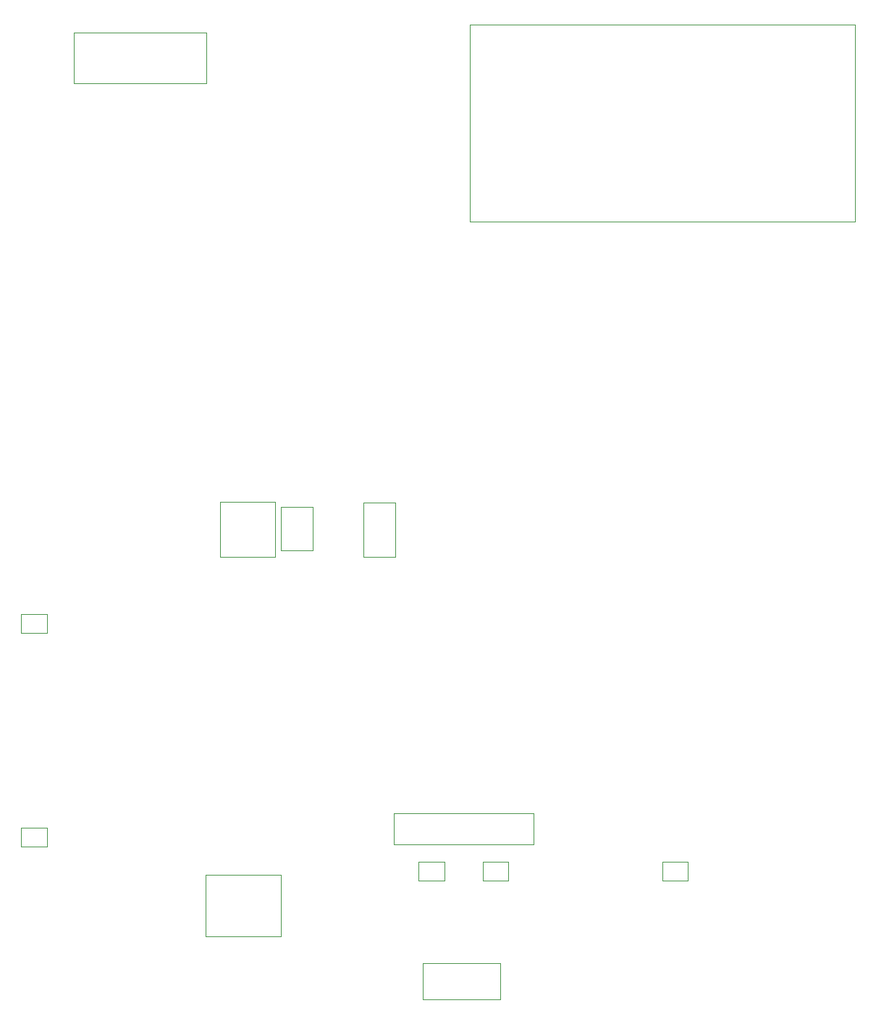
<source format=gbr>
G04 #@! TF.FileFunction,Other,User*
%FSLAX46Y46*%
G04 Gerber Fmt 4.6, Leading zero omitted, Abs format (unit mm)*
G04 Created by KiCad (PCBNEW 4.0.7-e2-6376~61~ubuntu18.04.1) date Tue Jul  3 09:25:50 2018*
%MOMM*%
%LPD*%
G01*
G04 APERTURE LIST*
%ADD10C,0.100000*%
%ADD11C,0.050000*%
G04 APERTURE END LIST*
D10*
D11*
X156000000Y-21000000D02*
X201000000Y-21000000D01*
X201000000Y-21000000D02*
X201000000Y-44000000D01*
X201000000Y-44000000D02*
X156000000Y-44000000D01*
X156000000Y-44000000D02*
X156000000Y-21000000D01*
X181500000Y-121100000D02*
X178500000Y-121100000D01*
X181500000Y-118900000D02*
X178500000Y-118900000D01*
X181500000Y-121100000D02*
X181500000Y-118900000D01*
X178500000Y-118900000D02*
X178500000Y-121100000D01*
X106500000Y-92100000D02*
X103500000Y-92100000D01*
X106500000Y-89900000D02*
X103500000Y-89900000D01*
X106500000Y-92100000D02*
X106500000Y-89900000D01*
X103500000Y-89900000D02*
X103500000Y-92100000D01*
X153000000Y-121100000D02*
X150000000Y-121100000D01*
X153000000Y-118900000D02*
X150000000Y-118900000D01*
X153000000Y-121100000D02*
X153000000Y-118900000D01*
X150000000Y-118900000D02*
X150000000Y-121100000D01*
X160500000Y-121100000D02*
X157500000Y-121100000D01*
X160500000Y-118900000D02*
X157500000Y-118900000D01*
X160500000Y-121100000D02*
X160500000Y-118900000D01*
X157500000Y-118900000D02*
X157500000Y-121100000D01*
X106500000Y-117100000D02*
X103500000Y-117100000D01*
X106500000Y-114900000D02*
X103500000Y-114900000D01*
X106500000Y-117100000D02*
X106500000Y-114900000D01*
X103500000Y-114900000D02*
X103500000Y-117100000D01*
X147120000Y-116800000D02*
X163420000Y-116800000D01*
X163420000Y-116800000D02*
X163420000Y-113200000D01*
X163420000Y-113200000D02*
X147120000Y-113200000D01*
X147120000Y-113200000D02*
X147120000Y-116800000D01*
X133250000Y-76800000D02*
X126750000Y-76800000D01*
X126750000Y-76800000D02*
X126750000Y-83250000D01*
X126750000Y-83250000D02*
X133250000Y-83250000D01*
X133250000Y-83250000D02*
X133250000Y-76800000D01*
X143578362Y-83258194D02*
X147278362Y-83258194D01*
X143578362Y-76858194D02*
X147278362Y-76858194D01*
X143578362Y-83258194D02*
X143578362Y-76858194D01*
X147278362Y-83258194D02*
X147278362Y-76858194D01*
X109650000Y-21900000D02*
X125150000Y-21900000D01*
X125150000Y-21900000D02*
X125150000Y-27850000D01*
X125150000Y-27850000D02*
X109650000Y-27850000D01*
X109650000Y-27850000D02*
X109650000Y-21900000D01*
X125100000Y-127600000D02*
X133900000Y-127600000D01*
X125100000Y-120400000D02*
X125100000Y-127600000D01*
X133900000Y-120400000D02*
X125100000Y-120400000D01*
X133900000Y-127600000D02*
X133900000Y-120400000D01*
X137600000Y-77350000D02*
X137600000Y-82500000D01*
X137600000Y-82500000D02*
X133900000Y-82500000D01*
X133900000Y-82500000D02*
X133900000Y-77350000D01*
X133900000Y-77350000D02*
X137600000Y-77350000D01*
X150500000Y-134955000D02*
X150500000Y-130695000D01*
X150500000Y-130695000D02*
X159500000Y-130695000D01*
X150500000Y-134955000D02*
X159500000Y-134955000D01*
X159500000Y-134955000D02*
X159500000Y-130695000D01*
M02*

</source>
